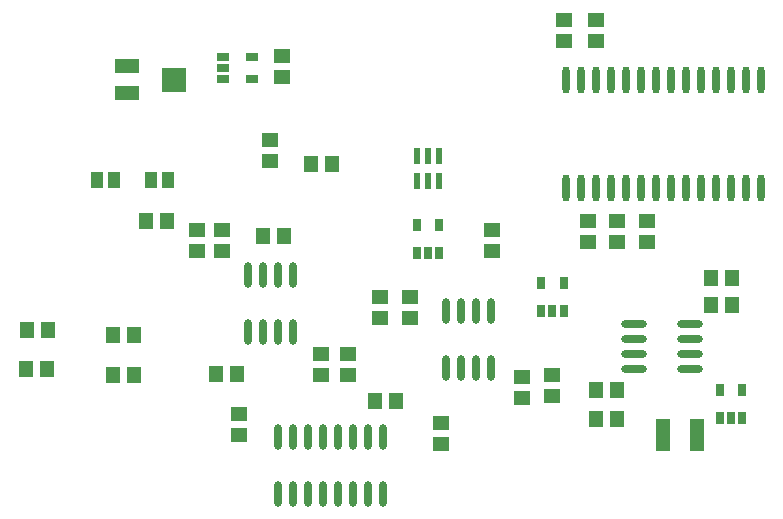
<source format=gtp>
%FSDAX24Y24*%
%MOIN*%
%SFA1B1*%

%IPPOS*%
%ADD10R,0.047200X0.055100*%
%ADD11R,0.055100X0.047200*%
%ADD12O,0.023600X0.090600*%
%ADD13R,0.025600X0.043300*%
%ADD14O,0.023600X0.086600*%
%ADD15R,0.043300X0.055100*%
%ADD16R,0.043300X0.025600*%
%ADD17R,0.078700X0.051200*%
%ADD18R,0.078700X0.078700*%
%ADD19O,0.086600X0.023600*%
%ADD20R,0.051200X0.106300*%
%ADD21R,0.021700X0.057100*%
%ADD22R,0.021700X0.057100*%
%LNpcb_csn_v3_1-1*%
%LPD*%
G54D10*
X013096Y005750D03*
X013804D03*
X010054Y011250D03*
X009346D03*
X004346Y007950D03*
X005054D03*
X004346Y006600D03*
X005054D03*
X001496Y008100D03*
X002204D03*
X001446Y006800D03*
X002154D03*
X008504Y006650D03*
X007796D03*
X011654Y013650D03*
X010946D03*
X020446Y006100D03*
X021154D03*
X025004Y009850D03*
X024296D03*
Y008950D03*
X025004D03*
X021154Y005150D03*
X020446D03*
X005446Y011750D03*
X006154D03*
G54D11*
X019400Y017746D03*
Y018454D03*
X020450D03*
Y017746D03*
X022150Y011046D03*
Y011754D03*
X020200D03*
Y011046D03*
X021150Y011754D03*
Y011046D03*
X018000Y006554D03*
Y005846D03*
X013250Y008496D03*
Y009204D03*
X014250D03*
Y008496D03*
X008550Y004596D03*
Y005304D03*
X017000Y010746D03*
Y011454D03*
X015300Y004296D03*
Y005004D03*
X010000Y017254D03*
Y016546D03*
X011300Y007304D03*
Y006596D03*
X009600Y013746D03*
Y014454D03*
X012200Y007304D03*
Y006596D03*
X007150Y011454D03*
Y010746D03*
X008000Y011454D03*
Y010746D03*
X019000Y005896D03*
Y006604D03*
G54D12*
X025950Y016441D03*
X025450D03*
X024950D03*
X024450D03*
X023950D03*
X023450D03*
X022950D03*
X022450D03*
X021950D03*
X021450D03*
X020950D03*
X020450D03*
X019950D03*
X019450D03*
X025950Y012859D03*
X025450D03*
X024950D03*
X024450D03*
X023950D03*
X023450D03*
X022950D03*
X022450D03*
X021950D03*
X021450D03*
X020950D03*
X020450D03*
X019950D03*
X019450D03*
G54D13*
X014476Y011622D03*
X015224D03*
Y010678D03*
X014850D03*
X014476D03*
X024576Y005178D03*
X024950D03*
X025324D03*
Y006122D03*
X024576D03*
X018626Y008728D03*
X019000D03*
X019374D03*
Y009672D03*
X018626D03*
G54D14*
X013350Y004545D03*
X012850D03*
X012350D03*
X011850D03*
X011350D03*
X010850D03*
X010350D03*
X009850D03*
X013350Y002655D03*
X012850D03*
X012350D03*
X011850D03*
X011350D03*
X010850D03*
X010350D03*
X009850D03*
X015450Y006855D03*
X015950D03*
X016450D03*
X016950D03*
X015450Y008745D03*
X015950D03*
X016450D03*
X016950D03*
X008850Y008055D03*
X009350D03*
X009850D03*
X010350D03*
X008850Y009945D03*
X009350D03*
X009850D03*
X010350D03*
G54D15*
X006195Y013100D03*
X005605D03*
X004395D03*
X003805D03*
G54D16*
X008972Y017224D03*
Y016476D03*
X008028D03*
Y016850D03*
Y017224D03*
G54D17*
X004813Y015997D03*
Y016903D03*
G54D18*
X006387Y016450D03*
G54D19*
X023595Y006800D03*
Y007300D03*
Y007800D03*
Y008300D03*
X021705Y006800D03*
Y007300D03*
Y007800D03*
Y008300D03*
G54D20*
X022679Y004600D03*
X023821D03*
G54D21*
X014476Y013077D03*
G54D22*
X014850Y013077D03*
X015224D03*
Y013923D03*
X014850D03*
X014476D03*
M02*
</source>
